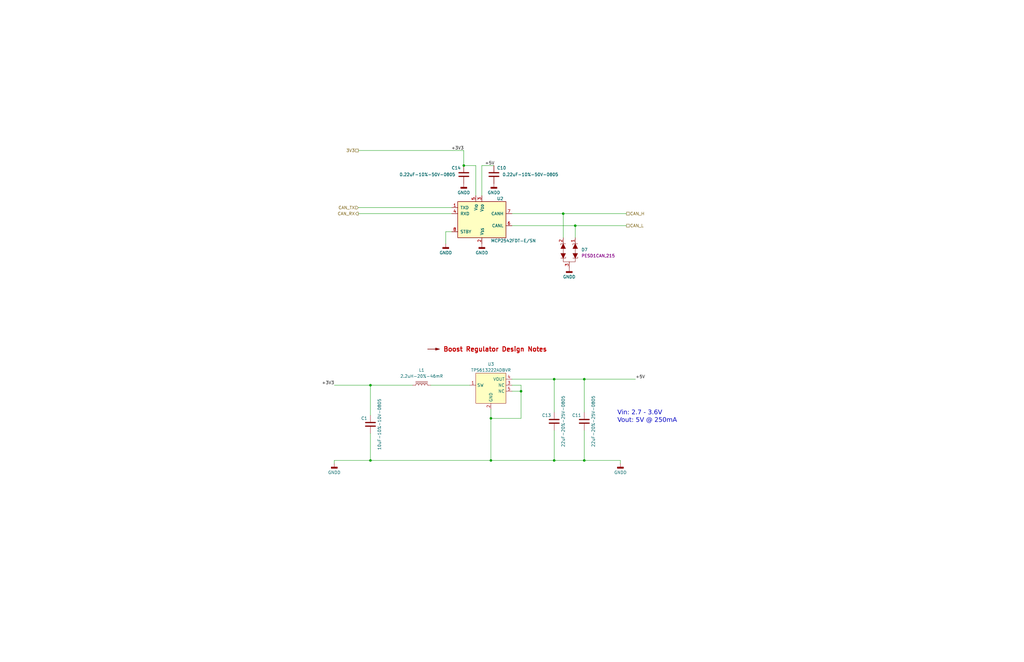
<source format=kicad_sch>
(kicad_sch (version 20231120) (generator "eeschema") (generator_version "8.0")
  (paper "B")
  (title_block (title "NX J401 Adapter") (rev "1") (company "971 Spartan Robotics"))
  (lib_symbols
    (symbol "Device:C" (pin_numbers hide) (pin_names (offset 0.254))
      (property "Reference" "C" (at 0.635 2.54 0))
      (property "Value" "C" (at 0.635 -2.54 0))
      (symbol "C_0_1"
        (polyline (pts (xy -2.032 -0.762) (xy 2.032 -0.762)) (stroke (width 0.508)))
        (polyline (pts (xy -2.032 0.762) (xy 2.032 0.762)) (stroke (width 0.508)))
      )
      (symbol "C_1_1"
        (pin passive line (at 0 3.81 270) (length 2.794) (name "~") (number "1"))
        (pin passive line (at 0 -3.81 90) (length 2.794) (name "~") (number "2"))
      )
    )
    (symbol "Device:L_Iron" (pin_numbers hide) (pin_names (offset 1.016) hide)
      (property "Reference" "L" (at -1.27 0 90))
      (property "Value" "L_Iron" (at 2.794 0 90))
      (symbol "L_Iron_0_1"
        (arc (start 0 -2.54) (mid 0.6323 -1.905) (end 0 -1.27))
        (arc (start 0 -1.27) (mid 0.6323 -0.635) (end 0 0))
        (polyline (pts (xy 1.016 2.54) (xy 1.016 -2.54)))
        (polyline (pts (xy 1.524 -2.54) (xy 1.524 2.54)))
        (arc (start 0 0) (mid 0.6323 0.635) (end 0 1.27))
        (arc (start 0 1.27) (mid 0.6323 1.905) (end 0 2.54))
      )
      (symbol "L_Iron_1_1"
        (pin passive line (at 0 3.81 270) (length 1.27) (name "1") (number "1"))
        (pin passive line (at 0 -3.81 90) (length 1.27) (name "2") (number "2"))
      )
    )
    (symbol "Graphic:SYM_Arrow_Normal" (in_bom no) (on_board no)
      (symbol "SYM_Arrow_Normal_0_1"
        (polyline (pts (xy 1.524 0) (xy -2.54 0)) (stroke (width 0.254)))
        (polyline (pts (xy 2.54 0) (xy 0.762 -0.508) (xy 0.762 0.508) (xy 2.54 0)) (fill (type outline)))
      )
    )
    (symbol "IMU-2X:TPS613222ADBVR"
      (property "Reference" "U" (at 0 0 0))
      (property "Value" "TPS613222ADBVR" (at 0 0 0))
      (symbol "TPS613222ADBVR_1_1"
        (rectangle (start -6.35 0) (end 6.35 -12.7) (fill (type background)))
        (pin power_in line (at -8.89 -5.08 0) (length 2.54) (name "SW") (number "1"))
        (pin passive line (at 0 -15.24 90) (length 2.54) (name "GND") (number "2"))
        (pin passive line (at 8.89 -5.08 180) (length 2.54) (name "NC") (number "3"))
        (pin power_out line (at 8.89 -2.54 180) (length 2.54) (name "VOUT") (number "4"))
        (pin passive line (at 8.89 -7.62 180) (length 2.54) (name "NC") (number "5"))
      )
    )
    (symbol "Interface_CAN_LIN:MCP2562-E-SN" (pin_names (offset 1.016))
      (property "Reference" "U4" (at 1.9559 12.7 0))
      (property "Value" "MCP2562-E-SN" (at 3.81 10.16 0))
      (symbol "MCP2562-E-SN_0_1"
        (rectangle (start -10.16 7.62) (end 10.16 -7.62) (stroke (width 0.254)) (fill (type background)))
      )
      (symbol "MCP2562-E-SN_1_1"
        (pin input line (at -12.7 5.08 0) (length 2.54) (name "TXD") (number "1"))
        (pin power_in line (at 0 -10.16 90) (length 2.54) (name "V_{SS}") (number "2"))
        (pin power_in line (at 0 10.16 270) (length 2.54) (name "V_{DD}") (number "3"))
        (pin output line (at -12.7 2.54 0) (length 2.54) (name "RXD") (number "4"))
        (pin power_in line (at -2.54 10.16 270) (length 2.54) (name "V_{IO}") (number "5"))
        (pin bidirectional line (at 12.7 -2.54 180) (length 2.54) (name "CANL") (number "6"))
        (pin bidirectional line (at 12.7 2.54 180) (length 2.54) (name "CANH") (number "7"))
        (pin input line (at -12.7 -5.08 0) (length 2.54) (name "STBY") (number "8"))
      )
    )
    (symbol "PI-Power-Board:PESD1CAN" (pin_names hide)
      (property "Reference" "D" (at 0 0 0))
      (property "MFG P/N" "PESD1CAN,215" (at 0 0 0))
      (symbol "PESD1CAN_0_1"
        (polyline (pts (xy -1.27 -7.62) (xy 0.762 -7.62)))
        (polyline (pts (xy -1.27 -2.54) (xy 0.762 -2.54)))
        (polyline (pts (xy 0.635 -7.62) (xy 3.175 -7.62)))
        (polyline (pts (xy 0.635 -2.54) (xy 3.175 -2.54)))
        (polyline (pts (xy 4.826 -7.62) (xy 2.794 -7.62)))
        (polyline (pts (xy 4.826 -2.54) (xy 2.794 -2.54)))
        (polyline (pts (xy -1.27 -6.604) (xy -1.27 -8.636) (xy -0.762 -8.636)))
        (polyline (pts (xy -1.27 -1.524) (xy -1.27 -3.556) (xy -0.762 -3.556)))
        (polyline (pts (xy 4.826 -8.636) (xy 4.826 -6.604) (xy 4.318 -6.604)))
        (polyline (pts (xy 4.826 -3.556) (xy 4.826 -1.524) (xy 4.318 -1.524)))
        (polyline (pts (xy 0.762 -6.604) (xy -1.27 -7.62) (xy 0.762 -8.636) (xy 0.762 -6.604)) (fill (type outline)))
        (polyline (pts (xy 0.762 -1.524) (xy -1.27 -2.54) (xy 0.762 -3.556) (xy 0.762 -1.524)) (fill (type outline)))
        (polyline (pts (xy 2.794 -8.636) (xy 4.826 -7.62) (xy 2.794 -6.604) (xy 2.794 -8.636)) (fill (type outline)))
        (polyline (pts (xy 2.794 -3.556) (xy 4.826 -2.54) (xy 2.794 -1.524) (xy 2.794 -3.556)) (fill (type outline)))
        (polyline (pts (xy 4.445 -2.54) (xy 6.35 -2.54) (xy 6.35 -7.62) (xy 4.445 -7.62)))
      )
      (symbol "PESD1CAN_1_1"
        (pin passive line (at -3.81 -2.54 0) (length 2.54) (name "K1") (number "1"))
        (pin passive line (at -3.81 -7.62 0) (length 2.54) (name "K1") (number "2"))
        (pin passive line (at 8.89 -5.08 180) (length 2.54) (name "KK") (number "3"))
      )
    )
    (symbol "power:GNDD" (power) (pin_names (offset 0))
      (property "Value" "GNDD" (at 0 -3.175 0))
      (symbol "GNDD_0_1"
        (rectangle (start -1.27 -1.524) (end 1.27 -2.032) (stroke (width 0.254)) (fill (type outline)))
        (polyline (pts (xy 0 0) (xy 0 -1.524)))
      )
      (symbol "GNDD_1_1"
        (pin power_in line (at 0 0 270) (length 0) hide (name "GNDD") (number "1"))
      )
    )
  )
  (junction (at 233.68 194.31))
  (junction (at 156.21 194.31))
  (junction (at 156.21 162.56))
  (junction (at 237.49 90.17))
  (junction (at 207.01 194.31))
  (junction (at 195.58 69.85))
  (junction (at 233.68 160.02))
  (junction (at 246.38 194.31))
  (junction (at 242.57 95.25))
  (junction (at 246.38 160.02))
  (junction (at 219.71 165.1))
  (junction (at 207.01 176.53))
  (wire (pts (xy 200.66 69.85) (xy 200.66 82.55)))
  (wire (pts (xy 207.01 176.53) (xy 207.01 194.31)))
  (wire (pts (xy 219.71 176.53) (xy 207.01 176.53)))
  (wire (pts (xy 195.58 63.5) (xy 195.58 69.85)))
  (wire (pts (xy 246.38 160.02) (xy 267.97 160.02)))
  (wire (pts (xy 198.12 162.56) (xy 181.61 162.56)))
  (wire (pts (xy 246.38 160.02) (xy 246.38 173.99)))
  (wire (pts (xy 156.21 162.56) (xy 156.21 175.26)))
  (wire (pts (xy 215.9 162.56) (xy 219.71 162.56)))
  (wire (pts (xy 207.01 194.31) (xy 233.68 194.31)))
  (wire (pts (xy 203.2 69.85) (xy 203.2 82.55)))
  (wire (pts (xy 215.9 160.02) (xy 233.68 160.02)))
  (wire (pts (xy 140.97 162.56) (xy 156.21 162.56)))
  (wire (pts (xy 203.2 69.85) (xy 208.28 69.85)))
  (wire (pts (xy 246.38 194.31) (xy 261.62 194.31)))
  (wire (pts (xy 219.71 162.56) (xy 219.71 165.1)))
  (wire (pts (xy 156.21 194.31) (xy 207.01 194.31)))
  (wire (pts (xy 242.57 95.25) (xy 242.57 100.33)))
  (wire (pts (xy 242.57 95.25) (xy 264.16 95.25)))
  (wire (pts (xy 215.9 165.1) (xy 219.71 165.1)))
  (wire (pts (xy 151.13 87.63) (xy 190.5 87.63)))
  (wire (pts (xy 151.13 90.17) (xy 190.5 90.17)))
  (wire (pts (xy 151.13 63.5) (xy 195.58 63.5)))
  (wire (pts (xy 173.99 162.56) (xy 156.21 162.56)))
  (wire (pts (xy 219.71 165.1) (xy 219.71 176.53)))
  (wire (pts (xy 156.21 182.88) (xy 156.21 194.31)))
  (wire (pts (xy 215.9 95.25) (xy 242.57 95.25)))
  (wire (pts (xy 187.96 97.79) (xy 190.5 97.79)))
  (wire (pts (xy 215.9 90.17) (xy 237.49 90.17)))
  (wire (pts (xy 140.97 194.31) (xy 140.97 195.58)))
  (wire (pts (xy 195.58 69.85) (xy 200.66 69.85)))
  (wire (pts (xy 246.38 181.61) (xy 246.38 194.31)))
  (wire (pts (xy 237.49 90.17) (xy 264.16 90.17)))
  (wire (pts (xy 140.97 194.31) (xy 156.21 194.31)))
  (wire (pts (xy 233.68 194.31) (xy 246.38 194.31)))
  (wire (pts (xy 207.01 176.53) (xy 207.01 172.72)))
  (wire (pts (xy 261.62 194.31) (xy 261.62 195.58)))
  (wire (pts (xy 233.68 160.02) (xy 233.68 173.99)))
  (wire (pts (xy 187.96 102.87) (xy 187.96 97.79)))
  (wire (pts (xy 233.68 181.61) (xy 233.68 194.31)))
  (wire (pts (xy 233.68 160.02) (xy 246.38 160.02)))
  (wire (pts (xy 237.49 100.33) (xy 237.49 90.17)))
  (text "Vin: 2.7 - 3.6V\nVout: 5V @ 250mA" (at 260.35 179.07 0) (effects (font (size 1.905 1.905)) (justify left bottom)))
  (label "+3V3" (at 195.58 63.5 180))
  (label "+5V" (at 204.47 69.85 0))
  (label "+5V" (at 267.97 160.02 0))
  (label "+3V3" (at 140.97 162.56 180))
  (hierarchical_label "CAN_RX" (shape output) (at 151.13 90.17 180))
  (hierarchical_label "CAN_TX" (shape input) (at 151.13 87.63 180))
  (hierarchical_label "CAN_H" (shape passive) (at 264.16 90.17 0))
  (hierarchical_label "CAN_L" (shape passive) (at 264.16 95.25 0))
  (hierarchical_label "3V3" (shape passive) (at 151.13 63.5 180))
  (symbol (lib_id "Device:L_Iron") (at 177.8 162.56 90) (unit 1)
    (property "Reference" "L1" (at 177.8 156.21 90))
    (property "Value" "2.2uH-20%-46mR" (at 177.8 158.75 90))
    (property "Footprint" "NX-J401-Adapter:L_Vishay_IHLP-1212" (effects (hide yes)))
    (property "Datasheet" "Components/Vishay-IHLP1212BZER2R2M11.pdf" (effects (hide yes)))
    (property "MFG" "Vishay" (effects (hide yes)))
    (property "MFG P/N" "IHLP1212BZER2R2M11" (effects (hide yes)))
    (property "DIST" "Digikey" (effects (hide yes)))
    (property "DIST P/N" "541-1322-1-ND" (effects (hide yes)))
    (instances (project "IMU-2X" (path "" (reference "L1") (unit 1))) (project "IMU-2X" (path "" (reference "L2") (unit 1))))
  )
  (symbol (lib_id "power:GNDD") (at 240.03 113.03 0) (unit 1)
    (property "Reference" "#PWR011" (effects (hide yes)))
    (property "Value" "GNDD" (at 240.03 116.84 0))
  )
  (symbol (lib_id "PI-Power-Board:PESD1CAN") (at 245.11 104.14 270) (unit 1)
    (property "Reference" "D7" (at 245.11 105.4099 90) (effects (justify left)))
    (property "Value" "PESD1CAN" (effects (hide yes)))
    (property "Footprint" "Package_TO_SOT_SMD:SOT-23" (effects (hide yes)))
    (property "Datasheet" "Components/Nexperia-PESD1CAN.pdf" (effects (hide yes)))
    (property "MFG" "Nexperia" (effects (hide yes)))
    (property "MFG P/N" "PESD1CAN,215" (at 245.11 107.9499 90) (effects (justify left)))
    (instances (project "PI-Power-Board" (path "" (reference "D7") (unit 1))) (project "PI-Power-Board" (path "" (reference "D5") (unit 1))))
  )
  (symbol (lib_id "Device:C") (at 233.68 177.8 0) (unit 1)
    (property "Reference" "C13" (at 232.41 175.26 0) (effects (justify right)))
    (property "Value" "22uF-20%-25V-0805" (at 237.49 177.8 90))
    (property "Footprint" "Capacitor_SMD:C_0805_2012Metric" (effects (hide yes)))
    (property "Description" "22 µF ±20% 25V Ceramic Capacitor X5R 0805 (2012 Metric)" (effects (hide yes)))
    (property "MFG" "Samsung Electro-Mechanics" (effects (hide yes)))
    (property "MFG P/N" "CL21A226MAYNNNE" (effects (hide yes)))
    (property "DIST" "Digikey" (effects (hide yes)))
    (property "DIST P/N" "1276-CL21A226MAYNNNECT-ND" (effects (hide yes)))
  )
  (symbol (lib_id "power:GNDD") (at 187.96 102.87 0) (unit 1)
    (property "Reference" "#PWR07" (effects (hide yes)))
    (property "Value" "GNDD" (at 187.96 106.68 0))
  )
  (symbol (lib_id "IMU-2X:TPS613222ADBVR") (at 207.01 157.48 0) (unit 1)
    (property "Reference" "U3" (at 207.01 153.67 0))
    (property "Value" "TPS613222ADBVR" (at 207.01 156.21 0))
    (property "Footprint" "Package_TO_SOT_SMD:SOT-23-5" (effects (hide yes)))
    (property "Datasheet" "Components/TI-tps613222.pdf" (effects (hide yes)))
    (property "MFG" "Texas Instruments" (effects (hide yes)))
    (property "MFG P/N" "TPS613222ADBVR" (effects (hide yes)))
    (property "DIST" "Digikey" (effects (hide yes)))
    (property "DIST P/N" "296-50503-1-ND" (effects (hide yes)))
  )
  (symbol (lib_id "Graphic:SYM_Arrow_Normal") (at 182.88 147.32 0) (unit 1) (exclude_from_sim yes) (in_bom no) (on_board no)
    (property "Reference" "#SYM5" (effects (hide yes)))
    (property "Value" "Boost Regulator Design Notes" (at 186.69 147.32 0) (effects (font (size 1.905 1.905) (bold yes)) (justify left)))
    (property "Datasheet" "Components/WBDesign78-TPS613222-3Vin-5Vout-0.25A.pdf" (effects (hide yes)))
    (instances (project "IMU-2X" (path "" (reference "#SYM5") (unit 1))) (project "IMU-2X" (path "" (reference "#SYM8") (unit 1))))
  )
  (symbol (lib_id "Device:C") (at 195.58 73.66 0) (mirror y) (unit 1)
    (property "Reference" "C14" (at 194.31 70.866 0) (effects (justify left)))
    (property "Value" "0.22uF-10%-50V-0805" (at 192.024 73.66 0) (effects (justify left)))
    (property "Footprint" "Capacitor_SMD:C_0805_2012Metric" (effects (hide yes)))
    (property "MFG" "KEMET" (effects (hide yes)))
    (property "MFG P/N" "C0805C224K5RAC7800" (effects (hide yes)))
    (property "DIST" "Digikey" (effects (hide yes)))
    (property "DIST P/N" "399-C0805C224K5RACTUCT-ND" (effects (hide yes)))
  )
  (symbol (lib_id "power:GNDD") (at 203.2 102.87 0) (unit 1)
    (property "Reference" "#PWR09" (effects (hide yes)))
    (property "Value" "GNDD" (at 203.2 106.68 0))
  )
  (symbol (lib_id "Device:C") (at 246.38 177.8 0) (unit 1)
    (property "Reference" "C11" (at 245.11 175.26 0) (effects (justify right)))
    (property "Value" "22uF-20%-25V-0805" (at 250.19 177.8 90))
    (property "Footprint" "Capacitor_SMD:C_0805_2012Metric" (effects (hide yes)))
    (property "Description" "22 µF ±20% 25V Ceramic Capacitor X5R 0805 (2012 Metric)" (effects (hide yes)))
    (property "MFG" "Samsung Electro-Mechanics" (effects (hide yes)))
    (property "MFG P/N" "CL21A226MAYNNNE" (effects (hide yes)))
    (property "DIST" "Digikey" (effects (hide yes)))
    (property "DIST P/N" "1276-CL21A226MAYNNNECT-ND" (effects (hide yes)))
  )
  (symbol (lib_id "power:GNDD") (at 195.58 77.47 0) (unit 1)
    (property "Reference" "#PWR08" (effects (hide yes)))
    (property "Value" "GNDD" (at 195.58 81.28 0))
  )
  (symbol (lib_id "Device:C") (at 208.28 73.66 0) (unit 1)
    (property "Reference" "C10" (at 209.55 70.866 0) (effects (justify left)))
    (property "Value" "0.22uF-10%-50V-0805" (at 211.836 73.66 0) (effects (justify left)))
    (property "Footprint" "Capacitor_SMD:C_0805_2012Metric" (effects (hide yes)))
    (property "MFG" "KEMET" (effects (hide yes)))
    (property "MFG P/N" "C0805C224K5RAC7800" (effects (hide yes)))
    (property "DIST" "Digikey" (effects (hide yes)))
    (property "DIST P/N" "399-C0805C224K5RACTUCT-ND" (effects (hide yes)))
  )
  (symbol (lib_id "Device:C") (at 156.21 179.07 0) (unit 1)
    (property "Reference" "C1" (at 154.94 176.53 0) (effects (justify right)))
    (property "Value" "10uF-10%-10V-0805" (at 160.02 179.07 90))
    (property "Footprint" "Capacitor_SMD:C_0805_2012Metric" (effects (hide yes)))
    (property "Datasheet" "Components/Kemet-C0805C106K8PACTU.pdf" (effects (hide yes)))
    (property "MFG" "Kemet" (effects (hide yes)))
    (property "MFG P/N" "C0805C106K8PAC7800" (effects (hide yes)))
    (property "DIST" "Digikey" (effects (hide yes)))
    (property "DIST P/N" "399-C0805C106K8PAC7800CT-ND" (effects (hide yes)))
    (instances (project "IMU-2X" (path "" (reference "C1") (unit 1))) (project "IMU-2X" (path "" (reference "C9") (unit 1))))
  )
  (symbol (lib_id "power:GNDD") (at 261.62 195.58 0) (unit 1)
    (property "Reference" "#PWR012" (effects (hide yes)))
    (property "Value" "GNDD" (at 261.62 199.39 0))
  )
  (symbol (lib_id "Interface_CAN_LIN:MCP2562-E-SN") (at 203.2 92.71 0) (unit 1)
    (property "Reference" "U2" (at 209.55 83.82 0) (effects (justify left)))
    (property "Value" "MCP2542FDT-E/SN" (at 207.01 101.6 0) (effects (justify left)))
    (property "Footprint" "Package_SO:SOIC-8_3.9x4.9mm_P1.27mm" (effects (hide yes)))
    (property "Datasheet" "Components/Microchip-MCP2542WFD.pdf" (effects (hide yes)))
    (property "MFG" "Microchip" (effects (hide yes)))
    (property "MFG P/N" "MCP2542FDT-E/SN" (effects (hide yes)))
    (property "DIST" "Digikey" (effects (hide yes)))
    (property "DIST P/N" "MCP2542FDT-E/SNCT-ND" (effects (hide yes)))
  )
  (symbol (lib_id "power:GNDD") (at 140.97 195.58 0) (unit 1)
    (property "Reference" "#PWR06" (effects (hide yes)))
    (property "Value" "GNDD" (at 140.97 199.39 0))
  )
  (symbol (lib_id "power:GNDD") (at 208.28 77.47 0) (unit 1)
    (property "Reference" "#PWR010" (effects (hide yes)))
    (property "Value" "GNDD" (at 208.28 81.28 0))
  )
)
</source>
